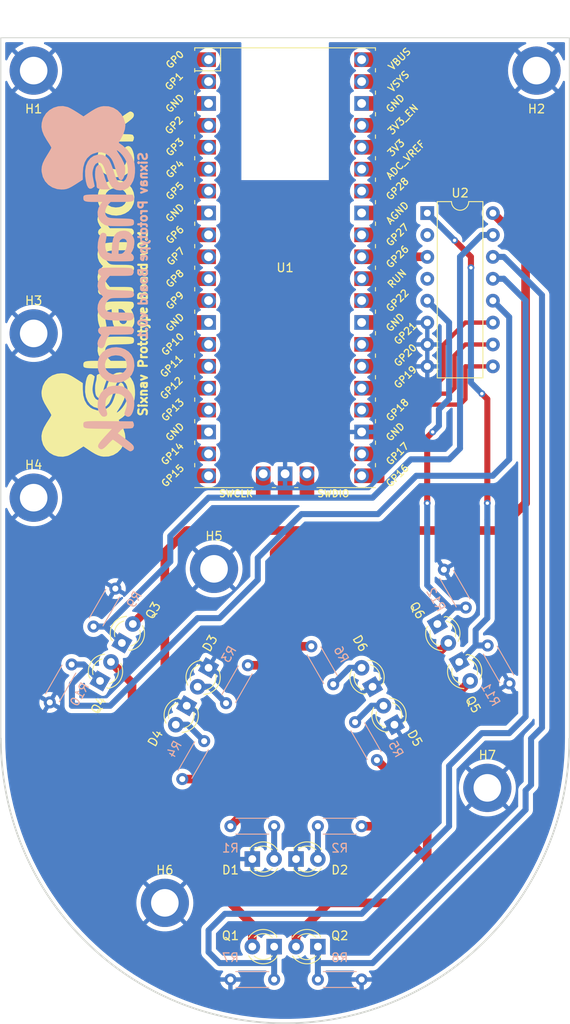
<source format=kicad_pcb>
(kicad_pcb (version 20211014) (generator pcbnew)
  (layers (0 "F.Cu" signal) (31 "B.Cu" signal) (34 "B.Paste" user) (35 "F.Paste" user) (36 "B.SilkS" user "B.Silkscreen") (37 "F.SilkS" user "F.Silkscreen") (38 "B.Mask" user) (39 "F.Mask" user) (44 "Edge.Cuts" user))
  (net 0 "")
  (net 1 "GND")
  (net 2 "/D1_A")
  (net 3 "/D2_A")
  (net 4 "/D3_A")
  (net 5 "/D4_A")
  (net 6 "/D5_A")
  (net 7 "/D6_A")
  (net 8 "/MUX_X0_Q1")
  (net 9 "+3.3V")
  (net 10 "/MUX_X1_Q2")
  (net 11 "/MUX_X2_Q3")
  (net 12 "/MUX_X3_Q4")
  (net 13 "/MUX_X4_Q5")
  (net 14 "/MUX_X5_Q6")
  (net 38 "/MUX_C")
  (net 39 "/MUX_B")
  (net 40 "/MUX_A")
  (net 44 "/ADC_IN")
  (footprint "LED_THT:LED_D3.0mm_IRGrey" (layer "F.Cu") (at 152.4 125.389705 120)
    (fp_text reference "D5" (at -2.54 1.27 120) (layer "F.SilkS"))
    (fp_text value "IR908-7C-F")
    (pad "1" thru_hole rect (at 0 0 120) (size 1.8 1.8) (drill 0.9) (layers *.Cu *.Mask) (net 1 "GND"))
    (pad "2" thru_hole circle (at 2.54 0 120) (size 1.8 1.8) (drill 0.9) (layers *.Cu *.Mask) (net 6 "/D5_A"))
  )
  (footprint "MountingHole:MountingHole_3.2mm_M3_DIN965_Pad" (layer "F.Cu") (at 110.49 80.01)
    (fp_text reference "H3" (at 0 -3.8) (layer "F.SilkS"))
    (fp_text value "M3")
    (pad "1" thru_hole circle (at 0 0) (size 5.6 5.6) (drill 3.2) (layers *.Cu *.Mask) (net 1 "GND"))
  )
  (footprint "MountingHole:MountingHole_3.2mm_M3_DIN965_Pad" (layer "F.Cu") (at 110.49 49.53)
    (fp_text reference "H1" (at 0 4.445) (layer "F.SilkS"))
    (fp_text value "M3")
    (pad "1" thru_hole circle (at 0 0) (size 5.6 5.6) (drill 3.2) (layers *.Cu *.Mask) (net 1 "GND"))
  )
  (footprint "LED_THT:LED_D3.0mm_IRBlack" (layer "F.Cu") (at 138.43 151.13 180)
    (fp_text reference "Q1" (at 5.08 1.27) (layer "F.SilkS"))
    (fp_text value "PT908-7C-F")
    (pad "1" thru_hole rect (at 0 0 180) (size 1.8 1.8) (drill 0.9) (layers *.Cu *.Mask) (net 8 "/MUX_X0_Q1"))
    (pad "2" thru_hole circle (at 2.54 0 180) (size 1.8 1.8) (drill 0.9) (layers *.Cu *.Mask) (net 9 "+3.3V"))
  )
  (footprint "LED_THT:LED_D3.0mm_IRGrey" (layer "F.Cu") (at 149.86 120.990296 120)
    (fp_text reference "D6" (at 5.08 1.27 120) (layer "F.SilkS"))
    (fp_text value "IR908-7C-F")
    (pad "1" thru_hole rect (at 0 0 120) (size 1.8 1.8) (drill 0.9) (layers *.Cu *.Mask) (net 1 "GND"))
    (pad "2" thru_hole circle (at 2.54 0 120) (size 1.8 1.8) (drill 0.9) (layers *.Cu *.Mask) (net 7 "/D6_A"))
  )
  (footprint "LED_THT:LED_D3.0mm_IRBlack" (layer "F.Cu") (at 143.51 151.13 180)
    (fp_text reference "Q2" (at -2.54 1.27) (layer "F.SilkS"))
    (fp_text value "PT908-7C-F")
    (pad "1" thru_hole rect (at 0 0 180) (size 1.8 1.8) (drill 0.9) (layers *.Cu *.Mask) (net 10 "/MUX_X1_Q2"))
    (pad "2" thru_hole circle (at 2.54 0 180) (size 1.8 1.8) (drill 0.9) (layers *.Cu *.Mask) (net 9 "+3.3V"))
  )
  (footprint "MountingHole:MountingHole_3.2mm_M3_DIN965_Pad" (layer "F.Cu") (at 168.91 49.53)
    (fp_text reference "H2" (at 0 4.445) (layer "F.SilkS"))
    (fp_text value "M3")
    (pad "1" thru_hole circle (at 0 0) (size 5.6 5.6) (drill 3.2) (layers *.Cu *.Mask) (net 1 "GND"))
  )
  (footprint "LED_THT:LED_D3.0mm_IRBlack" (layer "F.Cu") (at 157.388819 113.710591 -60)
    (fp_text reference "Q6" (at -2.54 1.236 120) (layer "F.SilkS"))
    (fp_text value "PT908-7C-F")
    (pad "1" thru_hole rect (at 0 0 300) (size 1.8 1.8) (drill 0.9) (layers *.Cu *.Mask) (net 14 "/MUX_X5_Q6"))
    (pad "2" thru_hole circle (at 2.54 0 300) (size 1.8 1.8) (drill 0.9) (layers *.Cu *.Mask) (net 9 "+3.3V"))
  )
  (footprint "LED_THT:LED_D3.0mm_IRGrey" (layer "F.Cu") (at 135.89 140.97)
    (fp_text reference "D1" (at -2.54 1.27) (layer "F.SilkS"))
    (fp_text value "IR908-7C-F")
    (pad "1" thru_hole rect (at 0 0) (size 1.8 1.8) (drill 0.9) (layers *.Cu *.Mask) (net 1 "GND"))
    (pad "2" thru_hole circle (at 2.54 0) (size 1.8 1.8) (drill 0.9) (layers *.Cu *.Mask) (net 2 "/D1_A"))
  )
  (footprint "MountingHole:MountingHole_3.2mm_M3_DIN965_Pad" (layer "F.Cu") (at 110.49 99.06)
    (fp_text reference "H4" (at 0 -3.8) (layer "F.SilkS"))
    (fp_text value "M3")
    (pad "1" thru_hole circle (at 0 0) (size 5.6 5.6) (drill 3.2) (layers *.Cu *.Mask) (net 1 "GND"))
  )
  (footprint "LED_THT:LED_D3.0mm_IRGrey" (layer "F.Cu") (at 130.81 118.790591 -120)
    (fp_text reference "D3" (at -2.54 1.27 60) (layer "F.SilkS"))
    (fp_text value "IR908-7C-F")
    (pad "1" thru_hole rect (at 0 0 240) (size 1.8 1.8) (drill 0.9) (layers *.Cu *.Mask) (net 1 "GND"))
    (pad "2" thru_hole circle (at 2.54 0 240) (size 1.8 1.8) (drill 0.9) (layers *.Cu *.Mask) (net 4 "/D3_A"))
  )
  (footprint "Package_DIP:DIP-16_W7.62mm" (layer "F.Cu") (at 156.22 66.055)
    (fp_text reference "U2" (at 3.81 -2.33) (layer "F.SilkS"))
    (fp_text value "CD4051B")
    (pad "1" thru_hole rect (at 0 0) (size 1.6 1.6) (drill 0.8) (layers *.Cu *.Mask) (net 13 "/MUX_X4_Q5"))
    (pad "2" thru_hole oval (at 0 2.54) (size 1.6 1.6) (drill 0.8) (layers *.Cu *.Mask))
    (pad "3" thru_hole oval (at 0 5.08) (size 1.6 1.6) (drill 0.8) (layers *.Cu *.Mask) (net 44 "/ADC_IN"))
    (pad "4" thru_hole oval (at 0 7.62) (size 1.6 1.6) (drill 0.8) (layers *.Cu *.Mask))
    (pad "5" thru_hole oval (at 0 10.16) (size 1.6 1.6) (drill 0.8) (layers *.Cu *.Mask) (net 14 "/MUX_X5_Q6"))
    (pad "6" thru_hole oval (at 0 12.7) (size 1.6 1.6) (drill 0.8) (layers *.Cu *.Mask) (net 1 "GND"))
    (pad "7" thru_hole oval (at 0 15.24) (size 1.6 1.6) (drill 0.8) (layers *.Cu *.Mask) (net 1 "GND"))
    (pad "8" thru_hole oval (at 0 17.78) (size 1.6 1.6) (drill 0.8) (layers *.Cu *.Mask) (net 1 "GND"))
    (pad "9" thru_hole oval (at 7.62 17.78) (size 1.6 1.6) (drill 0.8) (layers *.Cu *.Mask) (net 38 "/MUX_C"))
    (pad "10" thru_hole oval (at 7.62 15.24) (size 1.6 1.6) (drill 0.8) (layers *.Cu *.Mask) (net 39 "/MUX_B"))
    (pad "11" thru_hole oval (at 7.62 12.7) (size 1.6 1.6) (drill 0.8) (layers *.Cu *.Mask) (net 40 "/MUX_A"))
    (pad "12" thru_hole oval (at 7.62 10.16) (size 1.6 1.6) (drill 0.8) (layers *.Cu *.Mask) (net 12 "/MUX_X3_Q4"))
    (pad "13" thru_hole oval (at 7.62 7.62) (size 1.6 1.6) (drill 0.8) (layers *.Cu *.Mask) (net 8 "/MUX_X0_Q1"))
    (pad "14" thru_hole oval (at 7.62 5.08) (size 1.6 1.6) (drill 0.8) (layers *.Cu *.Mask) (net 10 "/MUX_X1_Q2"))
    (pad "15" thru_hole oval (at 7.62 2.54) (size 1.6 1.6) (drill 0.8) (layers *.Cu *.Mask) (net 11 "/MUX_X2_Q3"))
    (pad "16" thru_hole oval (at 7.62 0) (size 1.6 1.6) (drill 0.8) (layers *.Cu *.Mask) (net 9 "+3.3V"))
  )
  (footprint "LED_THT:LED_D3.0mm_IRBlack" (layer "F.Cu") (at 120.741181 115.910296 60)
    (fp_text reference "Q3" (at 5.08 1.27 60) (layer "F.SilkS"))
    (fp_text value "PT908-7C-F")
    (pad "1" thru_hole rect (at 0 0 60) (size 1.8 1.8) (drill 0.9) (layers *.Cu *.Mask) (net 11 "/MUX_X2_Q3"))
    (pad "2" thru_hole circle (at 2.54 0 60) (size 1.8 1.8) (drill 0.9) (layers *.Cu *.Mask) (net 9 "+3.3V"))
  )
  (footprint "MountingHole:MountingHole_3.2mm_M3_DIN965_Pad" (layer "F.Cu") (at 131.445 107.315)
    (fp_text reference "H5" (at 0 -3.8) (layer "F.SilkS"))
    (fp_text value "M3")
    (pad "1" thru_hole circle (at 0 0) (size 5.6 5.6) (drill 3.2) (layers *.Cu *.Mask) (net 1 "GND"))
  )
  (footprint "LED_THT:LED_D3.0mm_IRGrey" (layer "F.Cu") (at 140.97 140.97)
    (fp_text reference "D2" (at 5.08 1.27) (layer "F.SilkS"))
    (fp_text value "IR908-7C-F")
    (pad "1" thru_hole rect (at 0 0) (size 1.8 1.8) (drill 0.9) (layers *.Cu *.Mask) (net 1 "GND"))
    (pad "2" thru_hole circle (at 2.54 0) (size 1.8 1.8) (drill 0.9) (layers *.Cu *.Mask) (net 3 "/D2_A"))
  )
  (footprint "MountingHole:MountingHole_3.2mm_M3_DIN965_Pad" (layer "F.Cu") (at 125.73 146.05)
    (fp_text reference "H6" (at 0 -3.8) (layer "F.SilkS"))
    (fp_text value "M3")
    (pad "1" thru_hole circle (at 0 0) (size 5.6 5.6) (drill 3.2) (layers *.Cu *.Mask) (net 1 "GND"))
  )
  (footprint "LED_THT:LED_D3.0mm_IRBlack" (layer "F.Cu") (at 159.928819 118.11 -60)
    (fp_text reference "Q5" (at 5.08 1.078608 120) (layer "F.SilkS"))
    (fp_text value "PT908-7C-F")
    (pad "1" thru_hole rect (at 0 0 300) (size 1.8 1.8) (drill 0.9) (layers *.Cu *.Mask) (net 13 "/MUX_X4_Q5"))
    (pad "2" thru_hole circle (at 2.54 0 300) (size 1.8 1.8) (drill 0.9) (layers *.Cu *.Mask) (net 9 "+3.3V"))
  )
  (footprint "LED_THT:LED_D3.0mm_IRBlack" (layer "F.Cu") (at 118.201181 120.309705 60)
    (fp_text reference "Q4" (at -2.54 1.27 60) (layer "F.SilkS"))
    (fp_text value "PT908-7C-F")
    (pad "1" thru_hole rect (at 0 0 60) (size 1.8 1.8) (drill 0.9) (layers *.Cu *.Mask) (net 12 "/MUX_X3_Q4"))
    (pad "2" thru_hole circle (at 2.54 0 60) (size 1.8 1.8) (drill 0.9) (layers *.Cu *.Mask) (net 9 "+3.3V"))
  )
  (footprint "MountingHole:MountingHole_3.2mm_M3_DIN965_Pad" (layer "F.Cu") (at 163.195 132.715)
    (fp_text reference "H7" (at 0 -3.8) (layer "F.SilkS"))
    (fp_text value "M3")
    (pad "1" thru_hole circle (at 0 0) (size 5.6 5.6) (drill 3.2) (layers *.Cu *.Mask) (net 1 "GND"))
  )
  (footprint "LED_THT:LED_D3.0mm_IRGrey" (layer "F.Cu") (at 128.27 123.19 -120)
    (fp_text reference "D4" (at 5.08 1.27 60) (layer "F.SilkS"))
    (fp_text value "IR908-7C-F")
    (pad "1" thru_hole rect (at 0 0 240) (size 1.8 1.8) (drill 0.9) (layers *.Cu *.Mask) (net 1 "GND"))
    (pad "2" thru_hole circle (at 2.54 0 240) (size 1.8 1.8) (drill 0.9) (layers *.Cu *.Mask) (net 5 "/D4_A"))
  )
  (footprint "LOGO" (layer "F.Cu") (at 116.84 74.295 90)
    (fp_text reference "G***" hide)
    (fp_text value "LOGO" hide)
  )
  (footprint "MCU_RaspberryPi_and_Boards:RPi_Pico_SMD_TH" (layer "F.Cu") (at 139.7 72.39)
    (fp_text reference "U1" (at 0 0) (layer "F.SilkS"))
    (fp_text value "Pico")
    (fp_text user "SWCLK" (at -5.7 26.2) (layer "F.SilkS") (effects (font (size 0.8 0.8))))
    (fp_text user "GP2" (at -12.9 -16.51 45) (layer "F.SilkS") (effects (font (size 0.8 0.8))))
    (fp_text user "GP4" (at -12.8 -11.43 45) (layer "F.SilkS") (effects (font (size 0.8 0.8))))
    (fp_text user "GND" (at -12.8 19.05 45) (layer "F.SilkS") (effects (font (size 0.8 0.8))))
    (fp_text user "GND" (at -12.8 -19.05 45) (layer "F.SilkS") (effects (font (size 0.8 0.8))))
    (fp_text user "GP5" (at -12.8 -8.89 45) (layer "F.SilkS") (effects (font (size 0.8 0.8))))
    (fp_text user "GP22" (at 13.054 3.81 45) (layer "F.SilkS") (effects (font (size 0.8 0.8))))
    (fp_text user "GND" (at 12.8 19.05 45) (layer "F.SilkS") (effects (font (size 0.8 0.8))))
    (fp_text user "GP28" (at 13.054 -9.144 45) (layer "F.SilkS") (effects (font (size 0.8 0.8))))
    (fp_text user "3V3_EN" (at 13.7 -17.2 45) (layer "F.SilkS") (effects (font (size 0.8 0.8))))
    (fp_text user "GP17" (at 13.054 21.59 45) (layer "F.SilkS") (effects (font (size 0.8 0.8))))
    (fp_text user "GND" (at 12.8 -19.05 45) (layer "F.SilkS") (effects (font (size 0.8 0.8))))
    (fp_text user "GP14" (at -13.1 21.59 45) (layer "F.SilkS") (effects (font (size 0.8 0.8))))
    (fp_text user "SWDIO" (at 5.6 26.2) (layer "F.SilkS") (effects (font (size 0.8 0.8))))
    (fp_text user "VBUS" (at 13.3 -24.2 45) (layer "F.SilkS") (effects (font (size 0.8 0.8))))
    (fp_text user "GP16" (at 13.054 24.13 45) (layer "F.SilkS") (effects (font (size 0.8 0.8))))
    (fp_text user "GP26" (at 13.054 -1.27 45) (layer "F.SilkS") (effects (font (size 0.8 0.8))))
    (fp_text user "GP13" (at -13.054 16.51 45) (layer "F.SilkS") (effects (font (size 0.8 0.8))))
    (fp_text user "AGND" (at 13.054 -6.35 45) (layer "F.SilkS") (effects (font (size 0.8 0.8))))
    (fp_text user "GP12" (at -13.2 13.97 45) (layer "F.SilkS") (effects (font (size 0.8 0.8))))
    (fp_text user "GP18" (at 13.054 16.51 45) (layer "F.SilkS") (effects (font (size 0.8 0.8))))
    (fp_text user "ADC_VREF" (at 14 -12.5 45) (layer "F.SilkS") (effects (font (size 0.8 0.8))))
    (fp_text user "GP6" (at -12.8 -3.81 45) (layer "F.SilkS") (effects (font (size 0.8 0.8))))
    (fp_text user "GND" (at -12.8 6.35 45) (layer "F.SilkS") (effects (font (size 0.8 0.8))))
    (fp_text user "GP27" (at 13.054 -3.8 45) (layer "F.SilkS") (effects (font (size 0.8 0.8))))
    (fp_text user "GP10" (at -13.054 8.89 45) (layer "F.SilkS") (effects (font (size 0.8 0.8))))
    (fp_text user "GP9" (at -12.8 3.81 45) (layer "F.SilkS") (effects (font (size 0.8 0.8))))
    (fp_text user "GP0" (at -12.8 -24.13 45) (layer "F.SilkS") (effects (font (size 0.8 0.8))))
    (fp_text user "GND" (at -12.8 -6.35 45) (layer "F.SilkS") (effects (font (size 0.8 0.8))))
    (fp_text user "GP11" (at -13.2 11.43 45) (layer "F.SilkS") (effects (font (size 0.8 0.8))))
    (fp_text user "GP19" (at 13.97 12.7 45) (layer "F.SilkS") (effects (font (size 0.8 0.8))))
    (fp_text user "GP15" (at -13.054 24.13 45) (layer "F.SilkS") (effects (font (size 0.8 0.8))))
    (fp_text user "GP7" (at -12.7 -1.3 45) (layer "F.SilkS") (effects (font (size 0.8 0.8))))
    (fp_text user "GND" (at 12.8 6.35 45) (layer "F.SilkS") (effects (font (size 0.8 0.8))))
    (fp_text user "GP1" (at -12.9 -21.6 45) (layer "F.SilkS") (effects (font (size 0.8 0.8))))
    (fp_text user "GP3" (at -12.8 -13.97 45) (layer "F.SilkS") (effects (font (size 0.8 0.8))))
    (fp_text user "GP8" (at -12.8 1.27 45) (layer "F.SilkS") (effects (font (size 0.8 0.8))))
    (fp_text user "RUN" (at 13 1.27 45) (layer "F.SilkS") (effects (font (size 0.8 0.8))))
    (fp_text user "3V3" (at 12.9 -13.9 45) (layer "F.SilkS") (effects (font (size 0.8 0.8))))
    (fp_text user "VSYS" (at 13.2 -21.59 45) (layer "F.SilkS") (effects (font (size 0.8 0.8))))
    (fp_text user "GP21" (at 13.97 7.62 45) (layer "F.SilkS") (effects (font (size 0.8 0.8))))
    (pad "" np_thru_hole oval (at 2.725 -24) (size 1.8 1.8) (drill 1.8) (layers *.Cu *.Mask))
    (pad "" np_thru_hole oval (at -2.425 -20.97) (size 1.5 1.5) (drill 1.5) (layers *.Cu *.Mask))
    (pad "" np_thru_hole oval (at 2.425 -20.97) (size 1.5 1.5) (drill 1.5) (layers *.Cu *.Mask))
    (pad "" np_thru_hole oval (at -2.725 -24) (size 1.8 1.8) (drill 1.8) (layers *.Cu *.Mask))
    (pad "1" thru_hole oval (at -8.89 -24.13) (size 1.7 1.7) (drill 1.02) (layers *.Cu *.Mask))
    (pad "1" smd rect (at -8.89 -24.13) (size 3.5 1.7) (drill (offset -0.9 0)) (layers "F.Cu" "F.Mask"))
    (pad "2" smd rect (at -8.89 -21.59) (size 3.5 1.7) (drill (offset -0.9 0)) (layers "F.Cu" "F.Mask"))
    (pad "2" thru_hole oval (at -8.89 -21.59) (size 1.7 1.7) (drill 1.02) (layers *.Cu *.Mask))
    (pad "3" smd rect (at -8.89 -19.05) (size 3.5 1.7) (drill (offset -0.9 0)) (layers "F.Cu" "F.Mask"))
    (pad "3" thru_hole rect (at -8.89 -19.05) (size 1.7 1.7) (drill 1.02) (layers *.Cu *.Mask))
    (pad "4" thru_hole oval (at -8.89 -16.51) (size 1.7 1.7) (drill 1.02) (layers *.Cu *.Mask))
    (pad "4" smd rect (at -8.89 -16.51) (size 3.5 1.7) (drill (offset -0.9 0)) (layers "F.Cu" "F.Mask"))
    (pad "5" smd rect (at -8.89 -13.97) (size 3.5 1.7) (drill (offset -0.9 0)) (layers "F.Cu" "F.Mask"))
    (pad "5" thru_hole oval (at -8.89 -13.97) (size 1.7 1.7) (drill 1.02) (layers *.Cu *.Mask))
    (pad "6" thru_hole oval (at -8.89 -11.43) (size 1.7 1.7) (drill 1.02) (layers *.Cu *.Mask))
    (pad "6" smd rect (at -8.89 -11.43) (size 3.5 1.7) (drill (offset -0.9 0)) (layers "F.Cu" "F.Mask"))
    (pad "7" thru_hole oval (at -8.89 -8.89) (size 1.7 1.7) (drill 1.02) (layers *.Cu *.Mask))
    (pad "7" smd rect (at -8.89 -8.89) (size 3.5 1.7) (drill (offset -0.9 0)) (layers "F.Cu" "F.Mask"))
    (pad "8" thru_hole rect (at -8.89 -6.35) (size 1.7 1.7) (drill 1.02) (layers *.Cu *.Mask))
    (pad "8" smd rect (at -8.89 -6.35) (size 3.5 1.7) (drill (offset -0.9 0)) (layers "F.Cu" "F.Mask"))
    (pad "9" thru_hole oval (at -8.89 -3.81) (size 1.7 1.7) (drill 1.02) (layers *.Cu *.Mask))
    (pad "9" smd rect (at -8.89 -3.81) (size 3.5 1.7) (drill (offset -0.9 0)) (layers "F.Cu" "F.Mask"))
    (pad "10" smd rect (at -8.89 -1.27) (size 3.5 1.7) (drill (offset -0.9 0)) (layers "F.Cu" "F.Mask"))
    (pad "10" thru_hole oval (at -8.89 -1.27) (size 1.7 1.7) (drill 1.02) (layers *.Cu *.Mask))
    (pad "11" smd rect (at -8.89 1.27) (size 3.5 1.7) (drill (offset -0.9 0)) (layers "F.Cu" "F.Mask"))
    (pad "11" thru_hole oval (at -8.89 1.27) (size 1.7 1.7) (drill 1.02) (layers *.Cu *.Mask))
    (pad "12" thru_hole oval (at -8.89 3.81) (size 1.7 1.7) (drill 1.02) (layers *.Cu *.Mask))
    (pad "12" smd rect (at -8.89 3.81) (size 3.5 1.7) (drill (offset -0.9 0)) (layers "F.Cu" "F.Mask"))
    (pad "13" thru_hole rect (at -8.89 6.35) (size 1.7 1.7) (drill 1.02) (layers *.Cu *.Mask))
    (pad "13" smd rect (at -8.89 6.35) (size 3.5 1.7) (drill (offset -0.9 0)) (layers "F.Cu" "F.Mask"))
    (pad "14" thru_hole oval (at -8.89 8.89) (size 1.7 1.7) (drill 1.02) (layers *.Cu *.Mask))
    (pad "14" smd rect (at -8.89 8.89) (size 3.5 1.7) (drill (offset -0.9 0)) (layers "F.Cu" "F.Mask"))
    (pad "15" thru_hole oval (at -8.89 11.43) (size 1.7 1.7) (drill 1.02) (layers *.Cu *.Mask))
    (pad "15" smd rect (at -8.89 11.43) (size 3.5 1.7) (drill (offset -0.9 0)) (layers "F.Cu" "F.Mask"))
    (pad "16" thru_hole oval (at -8.89 13.97) (size 1.7 1.7) (drill 1.02) (layers *.Cu *.Mask))
    (pad "16" smd rect (at -8.89 13.97) (size 3.5 1.7) (drill (offset -0.9 0)) (layers "F.Cu" "F.Mask"))
    (pad "17" thru_hole oval (at -8.89 16.51) (size 1.7 1.7) (drill 1.02) (layers *.Cu *.Mask))
    (pad "17" smd rect (at -8.89 16.51) (size 3.5 1.7) (drill (offset -0.9 0)) (layers "F.Cu" "F.Mask"))
    (pad "18" smd rect (at -8.89 19.05) (size 3.5 1.7) (drill (offset -0.9 0)) (layers "F.Cu" "F.Mask"))
    (pad "18" thru_hole rect (at -8.89 19.05) (size 1.7 1.7) (drill 1.02) (layers *.Cu *.Mask))
    (pad "19" thru_hole oval (at -8.89 21.59) (size 1.7 1.7) (drill 1.02) (layers *.Cu *.Mask))
    (pad "19" smd rect (at -8.89 21.59) (size 3.5 1.7) (drill (offset -0.9 0)) (layers "F.Cu" "F.Mask"))
    (pad "20" smd rect (at -8.89 24.13) (size 3.5 1.7) (drill (offset -0.9 0)) (layers "F.Cu" "F.Mask"))
    (pad "20" thru_hole oval (at -8.89 24.13) (size 1.7 1.7) (drill 1.02) (layers *.Cu *.Mask))
    (pad "21" smd rect (at 8.89 24.13) (size 3.5 1.7) (drill (offset 0.9 0)) (layers "F.Cu" "F.Mask"))
    (pad "21" thru_hole oval (at 8.89 24.13) (size 1.7 1.7) (drill 1.02) (layers *.Cu *.Mask))
    (pad "22" thru_hole oval (at 8.89 21.59) (size 1.7 1.7) (drill 1.02) (layers *.Cu *.Mask))
    (pad "22" smd rect (at 8.89 21.59) (size 3.5 1.7) (drill (offset 0.9 0)) (layers "F.Cu" "F.Mask"))
    (pad "23" thru_hole rect (at 8.89 19.05) (size 1.7 1.7) (drill 1.02) (layers *.Cu *.Mask) (net 1 "GND"))
    (pad "23" smd rect (at 8.89 19.05) (size 3.5 1.7) (drill (offset 0.9 0)) (layers "F.Cu" "F.Mask") (net 1 "GND"))
    (pad "24" thru_hole oval (at 8.89 16.51) (size 1.7 1.7) (drill 1.02) (layers *.Cu *.Mask))
    (pad "24" smd rect (at 8.89 16.51) (size 3.5 1.7) (drill (offset 0.9 0)) (layers "F.Cu" "F.Mask"))
    (pad "25" smd rect (at 8.89 13.97) (size 3.5 1.7) (drill (offset 0.9 0)) (layers "F.Cu" "F.Mask") (net 38 "/MUX_C"))
    (pad "25" thru_hole oval (at 8.89 13.97) (size 1.7 1.7) (drill 1.02) (layers *.Cu *.Mask) (net 38 "/MUX_C"))
    (pad "26" smd rect (at 8.89 11.43) (size 3.5 1.7) (drill (offset 0.9 0)) (layers "F.Cu" "F.Mask") (net 39 "/MUX_B"))
    (pad "26" thru_hole oval (at 8.89 11.43) (size 1.7 1.7) (drill 1.02) (layers *.Cu *.Mask) (net 39 "/MUX_B"))
    (pad "27" thru_hole oval (at 8.89 8.89) (size 1.7 1.7) (drill 1.02) (layers *.Cu *.Mask) (net 40 "/MUX_A"))
    (pad "27" smd rect (at 8.89 8.89) (size 3.5 1.7) (drill (offset 0.9 0)) (layers "F.Cu" "F.Mask") (net 40 "/MUX_A"))
    (pad "28" thru_hole rect (at 8.89 6.35) (size 1.7 1.7) (drill 1.02) (layers *.Cu *.Mask))
    (pad "28" smd rect (at 8.89 6.35) (size 3.5 1.7) (drill (offset 0.9 0)) (layers "F.Cu" "F.Mask"))
    (pad "29" thru_hole oval (at 8.89 3.81) (size 1.7 1.7) (drill 1.02) (layers *.Cu *.Mask))
    (pad "29" smd rect (at 8.89 3.81) (size 3.5 1.7) (drill (offset 0.9 0)) (layers "F.Cu" "F.Mask"))
    (pad "30" smd rect (at 8.89 1.27) (size 3.5 1.7) (drill (offset 0.9 0)) (layers "F.Cu" "F.Mask"))
    (pad "30" thru_hole oval (at 8.89 1.27) (size 1.7 1.7) (drill 1.02) (layers *.Cu *.Mask))
    (pad "31" thru_hole oval (at 8.89 -1.27) (size 1.7 1.7) (drill 1.02) (layers *.Cu *.Mask) (net 44 "/ADC_IN"))
    (pad "31" smd rect (at 8.89 -1.27) (size 3.5 1.7) (drill (offset 0.9 0)) (layers "F.Cu" "F.Mask") (net 44 "/ADC_IN"))
    (pad "32" thru_hole oval (at 8.89 -3.81) (size 1.7 1.7) (drill 1.02) (layers *.Cu *.Mask))
    (pad "32" smd rect (at 8.89 -3.81) (size 3.5 1.7) (drill (offset 0.9 0)) (layers "F.Cu" "F.Mask"))
    (pad "33" thru_hole rect (at 8.89 -6.35) (size 1.7 1.7) (drill 1.02) (layers *.Cu *.Mask))
    (pad "33" smd rect (at 8.89 -6.35) (size 3.5 1.7) (drill (offset 0.9 0)) (layers "F.Cu" "F.Mask"))
    (pad "34" smd rect (at 8.89 -8.89) (size 3.5 1.7) (drill (offset 0.9 0)) (layers "F.Cu" "F.Mask"))
    (pad "34" thru_hole oval (at 8.89 -8.89) (size 1.7 1.7) (drill 1.02) (layers *.Cu *.Mask))
    (pad "35" smd rect (at 8.89 -11.43) (size 3.5 1.7) (drill (offset 0.9 0)) (layers "F.Cu" "F.Mask"))
    (pad "35" thru_hole oval (at 8.89 -11.43) (size 1.7 1.7) (drill 1.02) (layers *.Cu *.Mask))
    (pad "36" smd rect (at 8.89 -13.97) (size 3.5 1.7) (drill (offset 0.9 0)) (layers "F.Cu" "F.Mask") (net 9 "+3.3V"))
    (pad "36" thru_hole oval (at 8.89 -13.97) (size 1.7 1.7) (drill 1.02) (layers *.Cu *.Mask) (net 9 "+3.3V"))
    (pad "37" smd rect (at 8.89 -16.51) (size 3.5 1.7) (drill (offset 0.9 0)) (layers "F.Cu" "F.Mask"))
    (pad "37" thru_hole oval (at 8.89 -16.51) (size 1.7 1.7) (drill 1.02) (layers *.Cu *.Mask))
    (pad "38" thru_hole rect (at 8.89 -19.05) (size 1.7 1.7) (drill 1.02) (layers *.Cu *.Mask))
    (pad "38" smd rect (at 8.89 -19.05) (size 3.5 1.7) (drill (offset 0.9 0)) (layers "F.Cu" "F.Mask"))
    (pad "39" smd rect (at 8.89 -21.59) (size 3.5 1.7) (drill (offset 0.9 0)) (layers "F.Cu" "F.Mask"))
    (pad "39" thru_hole oval (at 8.89 -21.59) (size 1.7 1.7) (drill 1.02) (layers *.Cu *.Mask))
    (pad "40" thru_hole oval (at 8.89 -24.13) (size 1.7 1.7) (drill 1.02) (layers *.Cu *.Mask))
    (pad "40" smd rect (at 8.89 -24.13) (size 3.5 1.7) (drill (offset 0.9 0)) (layers "F.Cu" "F.Mask"))
    (pad "41" smd rect (at -2.54 23.9 90) (size 3.5 1.7) (drill (offset -0.9 0)) (layers "F.Cu" "F.Mask"))
    (pad "41" thru_hole oval (at -2.54 23.9) (size 1.7 1.7) (drill 1.02) (layers *.Cu *.Mask))
    (pad "42" thru_hole rect (at 0 23.9) (size 1.7 1.7) (drill 1.02) (layers *.Cu *.Mask) (net 1 "GND"))
    (pad "42" smd rect (at 0 23.9 90) (size 3.5 1.7) (drill (offset -0.9 0)) (layers "F.Cu" "F.Mask") (net 1 "GND"))
    (pad "43" thru_hole oval (at 2.54 23.9) (size 1.7 1.7) (drill 1.02) (layers *.Cu *.Mask))
    (pad "43" smd rect (at 2.54 23.9 90) (size 3.5 1.7) (drill (offset -0.9 0)) (layers "F.Cu" "F.Mask"))
  )
  (footprint "Resistor_THT:R_Axial_DIN0204_L3.6mm_D1.6mm_P5.08mm_Horizontal" (layer "B.Cu") (at 142.750444 116.296182 -60)
    (fp_text reference "R6" (at 2.54 -2.54 120) (layer "B.SilkS") (effects (justify mirror)))
    (fp_text value "100")
    (pad "1" thru_hole circle (at 0 0 300) (size 1.4 1.4) (drill 0.7) (layers *.Cu *.Mask) (net 9 "+3.3V"))
    (pad "2" thru_hole oval (at 5.08 0 300) (size 1.4 1.4) (drill 0.7) (layers *.Cu *.Mask) (net 7 "/D6_A"))
  )
  (footprint "Resistor_THT:R_Axial_DIN0204_L3.6mm_D1.6mm_P5.08mm_Horizontal" (layer "B.Cu") (at 138.43 154.94 180)
    (fp_text reference "R7" (at 5.08 2.54) (layer "B.SilkS") (effects (justify mirror)))
    (fp_text value "2k")
    (pad "1" thru_hole circle (at 0 0 180) (size 1.4 1.4) (drill 0.7) (layers *.Cu *.Mask) (net 8 "/MUX_X0_Q1"))
    (pad "2" thru_hole oval (at 5.08 0 180) (size 1.4 1.4) (drill 0.7) (layers *.Cu *.Mask) (net 1 "GND"))
  )
  (footprint "Resistor_THT:R_Axial_DIN0204_L3.6mm_D1.6mm_P5.08mm_Horizontal" (layer "B.Cu") (at 135.379556 118.495887 -120)
    (fp_text reference "R3" (at 0 2.54 60) (layer "B.SilkS") (effects (justify mirror)))
    (fp_text value "100")
    (pad "1" thru_hole circle (at 0 0 240) (size 1.4 1.4) (drill 0.7) (layers *.Cu *.Mask) (net 9 "+3.3V"))
    (pad "2" thru_hole oval (at 5.08 0 240) (size 1.4 1.4) (drill 0.7) (layers *.Cu *.Mask) (net 4 "/D3_A"))
  )
  (footprint "Resistor_THT:R_Axial_DIN0204_L3.6mm_D1.6mm_P5.08mm_Horizontal" (layer "B.Cu") (at 133.35 137.16)
    (fp_text reference "R1" (at 0 2.54) (layer "B.SilkS") (effects (justify mirror)))
    (fp_text value "100")
    (pad "1" thru_hole circle (at 0 0) (size 1.4 1.4) (drill 0.7) (layers *.Cu *.Mask) (net 9 "+3.3V"))
    (pad "2" thru_hole oval (at 5.08 0) (size 1.4 1.4) (drill 0.7) (layers *.Cu *.Mask) (net 2 "/D1_A"))
  )
  (footprint "Resistor_THT:R_Axial_DIN0204_L3.6mm_D1.6mm_P5.08mm_Horizontal" (layer "B.Cu") (at 117.441625 114.005296 60)
    (fp_text reference "R9" (at 5.08 2.54 60) (layer "B.SilkS") (effects (justify mirror)))
    (fp_text value "2k")
    (pad "1" thru_hole circle (at 0 0 60) (size 1.4 1.4) (drill 0.7) (layers *.Cu *.Mask) (net 11 "/MUX_X2_Q3"))
    (pad "2" thru_hole oval (at 5.08 0 60) (size 1.4 1.4) (drill 0.7) (layers *.Cu *.Mask) (net 1 "GND"))
  )
  (footprint "Resistor_THT:R_Axial_DIN0204_L3.6mm_D1.6mm_P5.08mm_Horizontal" (layer "B.Cu") (at 150.370444 129.494409 120)
    (fp_text reference "R5" (at 0 2.54 120) (layer "B.SilkS") (effects (justify mirror)))
    (fp_text value "100")
    (pad "1" thru_hole circle (at 0 0 120) (size 1.4 1.4) (drill 0.7) (layers *.Cu *.Mask) (net 9 "+3.3V"))
    (pad "2" thru_hole oval (at 5.08 0 120) (size 1.4 1.4) (drill 0.7) (layers *.Cu *.Mask) (net 6 "/D5_A"))
  )
  (footprint "Resistor_THT:R_Axial_DIN0204_L3.6mm_D1.6mm_P5.08mm_Horizontal" (layer "B.Cu") (at 143.51 154.94)
    (fp_text reference "R8" (at 2.54 -2.54) (layer "B.SilkS") (effects (justify mirror)))
    (fp_text value "2k")
    (pad "1" thru_hole circle (at 0 0) (size 1.4 1.4) (drill 0.7) (layers *.Cu *.Mask) (net 10 "/MUX_X1_Q2"))
    (pad "2" thru_hole oval (at 5.08 0) (size 1.4 1.4) (drill 0.7) (layers *.Cu *.Mask) (net 1 "GND"))
  )
  (footprint "Resistor_THT:R_Axial_DIN0204_L3.6mm_D1.6mm_P5.08mm_Horizontal" (layer "B.Cu") (at 127.759556 131.694114 60)
    (fp_text reference "R4" (at 2.54 -2.54 60) (layer "B.SilkS") (effects (justify mirror)))
    (fp_text value "100")
    (pad "1" thru_hole circle (at 0 0 60) (size 1.4 1.4) (drill 0.7) (layers *.Cu *.Mask) (net 9 "+3.3V"))
    (pad "2" thru_hole oval (at 5.08 0 60) (size 1.4 1.4) (drill 0.7) (layers *.Cu *.Mask) (net 5 "/D4_A"))
  )
  (footprint "Resistor_THT:R_Axial_DIN0204_L3.6mm_D1.6mm_P5.08mm_Horizontal" (layer "B.Cu") (at 114.901625 118.404705 -120)
    (fp_text reference "R10" (at 2.54 -2.54 60) (layer "B.SilkS") (effects (justify mirror)))
    (fp_text value "2k")
    (pad "1" thru_hole circle (at 0 0 240) (size 1.4 1.4) (drill 0.7) (layers *.Cu *.Mask) (net 12 "/MUX_X3_Q4"))
    (pad "2" thru_hole oval (at 5.08 0 240) (size 1.4 1.4) (drill 0.7) (layers *.Cu *.Mask) (net 1 "GND"))
  )
  (footprint "Resistor_THT:R_Axial_DIN0204_L3.6mm_D1.6mm_P5.08mm_Horizontal" (layer "B.Cu") (at 148.59 137.16 180)
    (fp_text reference "R2" (at 2.54 -2.54) (layer "B.SilkS") (effects (justify mirror)))
    (fp_text value "100")
    (pad "1" thru_hole circle (at 0 0 180) (size 1.4 1.4) (drill 0.7) (layers *.Cu *.Mask) (net 9 "+3.3V"))
    (pad "2" thru_hole oval (at 5.08 0 180) (size 1.4 1.4) (drill 0.7) (layers *.Cu *.Mask) (net 3 "/D2_A"))
  )
  (footprint "Resistor_THT:R_Axial_DIN0204_L3.6mm_D1.6mm_P5.08mm_Horizontal" (layer "B.Cu") (at 163.228375 116.205 -60)
    (fp_text reference "R11" (at 5.08 2.54 120) (layer "B.SilkS") (effects (justify mirror)))
    (fp_text value "2k")
    (pad "1" thru_hole circle (at 0 0 300) (size 1.4 1.4) (drill 0.7) (layers *.Cu *.Mask) (net 13 "/MUX_X4_Q5"))
    (pad "2" thru_hole oval (at 5.08 0 300) (size 1.4 1.4) (drill 0.7) (layers *.Cu *.Mask) (net 1 "GND"))
  )
  (footprint "LOGO" (layer "B.Cu") (at 116.84 73.66 -90)
    (fp_text reference "G***" hide)
    (fp_text value "LOGO" hide)
  )
  (footprint "Resistor_THT:R_Axial_DIN0204_L3.6mm_D1.6mm_P5.08mm_Horizontal" (layer "B.Cu") (at 160.688375 111.805591 120)
    (fp_text reference "R12" (at 2.54 -2.54 120) (layer "B.SilkS") (effects (justify mirror)))
    (fp_text value "2k")
    (pad "1" thru_hole circle (at 0 0 120) (size 1.4 1.4) (drill 0.7) (layers *.Cu *.Mask) (net 14 "/MUX_X5_Q6"))
    (pad "2" thru_hole oval (at 5.08 0 120) (size 1.4 1.4) (drill 0.7) (layers *.Cu *.Mask) (net 1 "GND"))
  )
  (gr_line (start 106.68 45.72) (end 106.68 127) (layer "Edge.Cuts") (width 0.1))
  (gr_arc (start 172.72 127) (mid 139.7 160.02) (end 106.68 127) (layer "Edge.Cuts") (width 0.2))
  (gr_line (start 172.72 45.72) (end 106.68 45.72) (layer "Edge.Cuts") (width 0.1))
  (gr_line (start 172.72 127) (end 172.72 45.72) (layer "Edge.Cuts") (width 0.1))
  (gr_text "Sixnav Prototype Board v0.1" (at 123.19 69.85 90) (layer "B.SilkS") (effects (font (size 1 1) (thickness 0.25)) (justify mirror)))
  (gr_text "Sixnav Prototype Board v0.1" (at 123.19 78.74 90) (layer "F.SilkS") (effects (font (size 1 1) (thickness 0.25))))
  (gr_text "GP20" (at 153.67 82.55 45) (layer "F.SilkS") (effects (font (size 0.8 0.8))))
  (segment (start 138.43 137.16) (end 138.43 140.97) (width 0.7) (layer "B.Cu") (net 2))
  (segment (start 143.51 137.16) (end 143.51 140.97) (width 0.7) (layer "B.Cu") (net 3))
  (segment (start 130.934556 120.990296) (end 132.839556 122.895296) (width 0.7) (layer "B.Cu") (net 4))
  (segment (start 129.54 120.990296) (end 130.934556 120.990296) (width 0.7) (layer "B.Cu") (net 4))
  (segment (start 127 125.389705) (end 128.394556 125.389705) (width 0.7) (layer "B.Cu") (net 5))
  (segment (start 128.394556 125.389705) (end 130.299556 127.294705) (width 0.7) (layer "B.Cu") (net 5))
  (segment (start 151.13 123.19) (end 149.735444 123.19) (width 0.7) (layer "B.Cu") (net 6))
  (segment (start 149.735444 123.19) (end 147.830444 125.095) (width 0.7) (layer "B.Cu") (net 6))
  (segment (start 147.195444 118.790591) (end 145.290444 120.695591) (width 0.7) (layer "B.Cu") (net 7))
  (segment (start 148.59 118.790591) (end 147.195444 118.790591) (width 0.7) (layer "B.Cu") (net 7))
  (segment (start 130.81 151.765) (end 132.08 153.035) (width 0.7) (layer "B.Cu") (net 8))
  (segment (start 167.64 124.46) (end 167.64 76.2) (width 0.7) (layer "B.Cu") (net 8))
  (segment (start 165.1 73.66) (end 165.085 73.675) (width 0.7) (layer "B.Cu") (net 8))
  (segment (start 162.56 126.365) (end 165.735 126.365) (width 0.7) (layer "B.Cu") (net 8))
  (segment (start 130.81 149.225) (end 130.81 151.765) (width 0.7) (layer "B.Cu") (net 8))
  (segment (start 165.085 73.675) (end 163.84 73.675) (width 0.7) (layer "B.Cu") (net 8))
  (segment (start 148.59 147.32) (end 158.75 137.16) (width 0.7) (layer "B.Cu") (net 8))
  (segment (start 138.43 151.13) (end 138.43 153.035) (width 0.7) (layer "B.Cu") (net 8))
  (segment (start 148.59 147.32) (end 132.715 147.32) (width 0.7) (layer "B.Cu") (net 8))
  (segment (start 158.75 130.175) (end 162.56 126.365) (width 0.7) (layer "B.Cu") (net 8))
  (segment (start 158.75 137.16) (end 158.75 130.175) (width 0.7) (layer "B.Cu") (net 8))
  (segment (start 167.64 76.2) (end 165.1 73.66) (width 0.7) (layer "B.Cu") (net 8))
  (segment (start 132.715 147.32) (end 130.81 149.225) (width 0.7) (layer "B.Cu") (net 8))
  (segment (start 165.735 126.365) (end 167.64 124.46) (width 0.7) (layer "B.Cu") (net 8))
  (segment (start 138.43 153.035) (end 138.43 154.94) (width 0.7) (layer "B.Cu") (net 8))
  (segment (start 132.08 153.035) (end 138.43 153.035) (width 0.7) (layer "B.Cu") (net 8))
  (segment (start 125.73 119.38) (end 121.92 123.19) (width 1) (layer "F.Cu") (net 9))
  (segment (start 156.21 142.24) (end 152.4 146.05) (width 1) (layer "F.Cu") (net 9))
  (segment (start 125.73 105.41) (end 125.73 107.95) (width 1) (layer "F.Cu") (net 9))
  (segment (start 154.94 119.38) (end 156.21 120.65) (width 1) (layer "F.Cu") (net 9))
  (segment (start 144.78 146.05) (end 140.97 149.86) (width 1) (layer "F.Cu") (net 9))
  (segment (start 152.4 146.05) (end 144.78 146.05) (width 1) (layer "F.Cu") (net 9))
  (segment (start 152.4 116.84) (end 154.94 119.38) (width 1) (layer "F.Cu") (net 9))
  (segment (start 135.89 148.59) (end 135.89 151.13) (width 1) (layer "F.Cu") (net 9))
  (segment (start 138.43 124.46) (end 131.195886 131.694114) (width 1) (layer "F.Cu") (net 9))
  (segment (start 136.774113 118.495887) (end 135.379556 118.495887) (width 1) (layer "F.Cu") (net 9))
  (segment (start 152.4 116.84) (end 157.729115 116.84) (width 1) (layer "F.Cu") (net 9))
  (segment (start 146.05 102.87) (end 164.465 102.87) (width 1) (layer "F.Cu") (net 9))
  (segment (start 156.21 120.65) (end 156.21 125.73) (width 1) (layer "F.Cu") (net 9))
  (segment (start 138.43 132.08) (end 133.35 137.16) (width 1) (layer "F.Cu") (net 9))
  (segment (start 138.43 124.46) (end 138.43 132.08) (width 1) (layer "F.Cu") (net 9))
  (segment (start 138.43 114.3) (end 140.426182 116.296182) (width 1) (layer "F.Cu") (net 9))
  (segment (start 138.43 116.84) (end 138.43 124.46) (width 1) (layer "F.Cu") (net 9))
  (segment (start 121.92 123.19) (end 121.92 120.558819) (width 1) (layer "F.Cu") (net 9))
  (segment (start 138.43 105.41) (end 138.43 114.3) (width 1) (layer "F.Cu") (net 9))
  (segment (start 156.21 135.333965) (end 150.370444 129.494409) (width 1) (layer "F.Cu") (net 9))
  (segment (start 120.65 124.46) (end 120.65 133.35) (width 1) (layer "F.Cu") (net 9))
  (segment (start 140.97 102.87) (end 128.27 102.87) (width 1) (layer "F.Cu") (net 9))
  (segment (start 164.465 102.87) (end 167.64 99.695) (width 1) (layer "F.Cu") (net 9))
  (segment (start 121.92 123.19) (end 120.65 124.46) (width 1) (layer "F.Cu") (net 9))
  (segment (start 140.97 102.87) (end 138.43 105.41) (width 1) (layer "F.Cu") (net 9))
  (segment (start 167.64 71.12) (end 167.64 62.865) (width 1) (layer "F.Cu") (net 9))
  (segment (start 151.13 114.3) (end 151.13 115.57) (width 1) (layer "F.Cu") (net 9))
  (segment (start 163.195 58.42) (end 148.59 58.42) (width 1) (layer "F.Cu") (net 9))
  (segment (start 151.13 107.95) (end 151.13 114.3) (width 1) (layer "F.Cu") (net 9))
  (segment (start 157.729115 116.84) (end 158.658819 115.910296) (width 1) (layer "F.Cu") (net 9))
  (segment (start 167.64 62.865) (end 163.195 58.42) (width 1) (layer "F.Cu") (net 9))
  (segment (start 138.43 116.84) (end 136.774113 118.495887) (width 1) (layer "F.Cu") (net 9))
  (segment (start 131.195886 131.694114) (end 127.759556 131.694114) (width 1) (layer "F.Cu") (net 9))
  (segment (start 128.27 102.87) (end 125.73 105.41) (width 1) (layer "F.Cu") (net 9))
  (segment (start 167.64 69.855) (end 163.84 66.055) (width 1) (layer "F.Cu") (net 9))
  (segment (start 156.21 140.97) (end 152.4 137.16) (width 1) (layer "F.Cu") (net 9))
  (segment (start 156.21 140.97) (end 156.21 142.24) (width 1) (layer "F.Cu") (net 9))
  (segment (start 138.43 114.3) (end 138.43 116.84) (width 1) (layer "F.Cu") (net 9))
  (segment (start 146.05 102.87) (end 151.13 107.95) (width 1) (layer "F.Cu") (net 9))
  (segment (start 167.64 99.695) (end 167.64 71.12) (width 1) (layer "F.Cu") (net 9))
  (segment (start 156.21 125.73) (end 156.21 135.89) (width 1) (layer "F.Cu") (net 9))
  (segment (start 156.21 135.89) (end 156.21 135.333965) (width 1) (layer "F.Cu") (net 9))
  (segment (start 125.73 107.95) (end 125.73 109.991772) (width 1) (layer "F.Cu") (net 9))
  (segment (start 120.65 133.35) (end 135.89 148.59) (width 1) (layer "F.Cu") (net 9))
  (segment (start 125.73 107.95) (end 125.73 119.38) (width 1) (layer "F.Cu") (net 9))
  (segment (start 156.21 125.298524) (end 161.198819 120.309705) (width 1) (layer "F.Cu") (net 9))
  (segment (start 140.97 149.86) (end 140.97 151.13) (width 1) (layer "F.Cu") (net 9))
  (segment (start 167.64 71.12) (end 167.64 69.855) (width 1) (layer "F.Cu") (net 9))
  (segment (start 140.426182 116.296182) (end 142.750444 116.296182) (width 1) (layer "F.Cu") (net 9))
  (segment (start 121.92 120.558819) (end 119.471181 118.11) (width 1) (layer "F.Cu") (net 9))
  (segment (start 156.21 125.73) (end 156.21 125.298524) (width 1) (layer "F.Cu") (net 9))
  (segment (start 156.21 135.89) (end 156.21 140.97) (width 1) (layer "F.Cu") (net 9))
  (segment (start 125.73 109.991772) (end 122.011181 113.710591) (width 1) (layer "F.Cu") (net 9))
  (segment (start 151.13 115.57) (end 152.4 116.84) (width 1) (layer "F.Cu") (net 9))
  (segment (start 146.05 102.87) (end 140.97 102.87) (width 1) (layer "F.Cu") (net 9))
  (segment (start 152.4 137.16) (end 148.59 137.16) (width 1) (layer "F.Cu") (net 9))
  (segment (start 167.64 133.007616) (end 167.64 135.255) (width 0.7) (layer "B.Cu") (net 10))
  (segment (start 143.51 153.035) (end 143.51 154.94) (width 0.7) (layer "B.Cu") (net 10))
  (segment (start 143.51 151.13) (end 143.51 153.035) (width 0.7) (layer "B.Cu") (net 10))
  (segment (start 169.545 125.73) (end 168.275 127) (width 0.7) (layer "B.Cu") (net 10))
  (segment (start 163.84 71.135) (end 165.115 71.135) (width 0.7) (layer "B.Cu") (net 10))
  (segment (start 165.115 71.135) (end 169.545 75.565) (width 0.7) (layer "B.Cu") (net 10))
  (segment (start 167.64 135.255) (end 149.86 153.035) (width 0.7) (layer "B.Cu") (net 10))
  (segment (start 168.275 127) (end 168.275 132.372616) (width 0.7) (layer "B.Cu") (net 10))
  (segment (start 169.545 75.565) (end 169.545 125.73) (width 0.7) (layer "B.Cu") (net 10))
  (segment (start 149.86 153.035) (end 143.51 153.035) (width 0.7) (layer "B.Cu") (net 10))
  (segment (start 168.275 132.372616) (end 167.64 133.007616) (width 0.7) (layer "B.Cu") (net 10))
  (segment (start 126.365 103.505) (end 130.81 99.06) (width 0.7) (layer "B.Cu") (net 11))
  (segment (start 118.836181 114.005296) (end 126.365 106.476477) (width 0.7) (layer "B.Cu") (net 11))
  (segment (start 158.75 94.615) (end 160.02 93.345) (width 0.7) (layer "B.Cu") (net 11))
  (segment (start 162.545 68.595) (end 163.84 68.595) (width 0.7) (layer "B.Cu") (net 11))
  (segment (start 126.365 106.476477) (end 126.365 103.505) (width 0.7) (layer "B.Cu") (net 11))
  (segment (start 130.81 99.06) (end 149.86 99.06) (width 0.7) (layer "B.Cu") (net 11))
  (segment (start 117.441625 114.005296) (end 118.836181 114.005296) (width 0.7) (layer "B.Cu") (net 11))
  (segment (start 160.02 93.345) (end 160.02 71.12) (width 0.7) (layer "B.Cu") (net 11))
  (segment (start 118.836181 114.005296) (end 120.741181 115.910296) (width 0.7) (layer "B.Cu") (net 11))
  (segment (start 149.86 99.06) (end 154.305 94.615) (width 0.7) (layer "B.Cu") (net 11))
  (segment (start 154.305 94.615) (end 158.75 94.615) (width 0.7) (layer "B.Cu") (net 11))
  (segment (start 160.02 71.12) (end 162.545 68.595) (width 0.7) (layer "B.Cu") (net 11))
  (segment (start 116.738238 118.846762) (end 118.201181 120.309705) (width 0.7) (layer "B.Cu") (net 12))
  (segment (start 114.935 120.65) (end 116.738238 118.846762) (width 0.7) (layer "B.Cu") (net 12))
  (segment (start 165.735 94.615) (end 163.83 96.52) (width 0.7) (layer "B.Cu") (net 12))
  (segment (start 116.296181 118.404705) (end 116.738238 118.846762) (width 0.7) (layer "B.Cu") (net 12))
  (segment (start 136.525 108.585) (end 132.08 113.03) (width 0.7) (layer "B.Cu") (net 12))
  (segment (start 119.38 123.19) (end 114.935 123.19) (width 0.7) (layer "B.Cu") (net 12))
  (segment (start 114.901625 118.404705) (end 116.296181 118.404705) (width 0.7) (layer "B.Cu") (net 12))
  (segment (start 163.83 96.52) (end 154.94 96.52) (width 0.7) (layer "B.Cu") (net 12))
  (segment (start 114.935 123.19) (end 114.935 120.65) (width 0.7) (layer "B.Cu") (net 12))
  (segment (start 129.54 113.03) (end 119.38 123.19) (width 0.7) (layer "B.Cu") (net 12))
  (segment (start 165.735 78.11) (end 165.735 94.615) (width 0.7) (layer "B.Cu") (net 12))
  (segment (start 163.84 76.215) (end 165.735 78.11) (width 0.7) (layer "B.Cu") (net 12))
  (segment (start 154.94 96.52) (end 150.495 100.965) (width 0.7) (layer "B.Cu") (net 12))
  (segment (start 136.525 106.045) (end 136.525 108.585) (width 0.7) (layer "B.Cu") (net 12))
  (segment (start 132.08 113.03) (end 129.54 113.03) (width 0.7) (layer "B.Cu") (net 12))
  (segment (start 150.495 100.965) (end 141.605 100.965) (width 0.7) (layer "B.Cu") (net 12))
  (segment (start 141.605 100.965) (end 136.525 106.045) (width 0.7) (layer "B.Cu") (net 12))
  (segment (start 161.29 71.12) (end 159.385 69.215) (width 0.7) (layer "F.Cu") (net 13))
  (segment (start 161.29 72.39) (end 161.29 71.12) (width 0.7) (layer "F.Cu") (net 13))
  (segment (start 163.195 99.695) (end 163.195 87.63) (width 0.7) (layer "F.Cu") (net 13))
  (segment (start 163.195 87.63) (end 162.56 86.995) (width 0.7) (layer "F.Cu") (net 13))
  (via (at 163.195 99.695) (size 0.8) (drill 0.4) (layers "F.Cu" "B.Cu") (net 13))
  (via (at 159.385 69.215) (size 0.8) (drill 0.4) (layers "F.Cu" "B.Cu") (net 13))
  (via (at 161.29 72.39) (size 0.8) (drill 0.4) (layers "F.Cu" "B.Cu") (net 13))
  (via (at 162.56 86.995) (size 0.8) (drill 0.4) (layers "F.Cu" "B.Cu") (net 13))
  (segment (start 161.833819 116.205) (end 161.833819 114.391181) (width 0.7) (layer "B.Cu") (net 13))
  (segment (start 161.833819 114.391181) (end 163.195 113.03) (width 0.7) (layer "B.Cu") (net 13))
  (segment (start 161.29 72.39) (end 161.29 85.725) (width 0.7) (layer "B.Cu") (net 13))
  (segment (start 163.195 101.6) (end 163.195 99.695) (width 0.7) (layer "B.Cu") (net 13))
  (segment (start 161.833819 116.205) (end 159.928819 118.11) (width 0.7) (layer "B.Cu") (net 13))
  (segment (start 159.385 69.215) (end 159.38 69.215) (width 0.7) (layer "B.Cu") (net 13))
  (segment (start 161.29 85.725) (end 162.56 86.995) (width 0.7) (layer "B.Cu") (net 13))
  (segment (start 163.228375 116.205) (end 161.833819 116.205) (width 0.7) (layer "B.Cu") (net 13))
  (segment (start 159.38 69.215) (end 156.22 66.055) (width 0.7) (layer "B.Cu") (net 13))
  (segment (start 163.195 113.03) (end 163.195 101.6) (width 0.7) (layer "B.Cu") (net 13))
  (segment (start 156.21 99.695) (end 156.21 92.075) (width 0.7) (layer "F.Cu") (net 14))
  (segment (start 156.21 92.075) (end 156.845 91.44) (width 0.7) (layer "F.Cu") (net 14))
  (via (at 156.21 99.695) (size 0.8) (drill 0.4) (layers "F.Cu" "B.Cu") (net 14))
  (via (at 156.845 91.44) (size 0.8) (drill 0.4) (layers "F.Cu" "B.Cu") (net 14))
  (segment (start 159.044705 112.054705) (end 157.388819 113.710591) (width 0.7) (layer "B.Cu") (net 14))
  (segment (start 156.21 109.22) (end 156.21 99.695) (width 0.7) (layer "B.Cu") (net 14))
  (segment (start 157.57 90.715) (end 157.57 88.81) (width 0.7) (layer "B.Cu") (net 14))
  (segment (start 157.57 88.81) (end 158.75 87.63) (width 0.7) (layer "B.Cu") (net 14))
  (segment (start 159.044705 112.054705) (end 156.21 109.22) (width 0.7) (layer "B.Cu") (net 14))
  (segment (start 160.688375 111.805591) (end 159.293819 111.805591) (width 0.7) (layer "B.Cu") (net 14))
  (segment (start 158.75 87.63) (end 158.75 78.745) (width 0.7) (layer "B.Cu") (net 14))
  (segment (start 159.293819 111.805591) (end 159.044705 112.054705) (width 0.7) (layer "B.Cu") (net 14))
  (segment (start 158.75 78.745) (end 156.22 76.215) (width 0.7) (layer "B.Cu") (net 14))
  (segment (start 156.845 91.44) (end 157.57 90.715) (width 0.7) (layer "B.Cu") (net 14))
  (segment (start 160.67 83.835) (end 160.655 83.82) (width 0.5) (layer "F.Cu") (net 38))
  (segment (start 153.035 88.265) (end 151.13 86.36) (width 0.5) (layer "F.Cu") (net 38))
  (segment (start 163.84 83.835) (end 160.67 83.835) (width 0.5) (layer "F.Cu") (net 38))
  (segment (start 160.655 83.82) (end 160.655 87.63) (width 0.5) (layer "F.Cu") (net 38))
  (segment (start 160.655 87.63) (end 160.02 88.265) (width 0.5) (layer "F.Cu") (net 38))
  (segment (start 160.02 88.265) (end 153.035 88.265) (width 0.5) (layer "F.Cu") (net 38))
  (segment (start 151.13 86.36) (end 148.59 86.36) (width 0.5) (layer "F.Cu") (net 38))
  (segment (start 158.75 86.995) (end 154.305 86.995) (width 0.5) (layer "F.Cu") (net 39))
  (segment (start 159.385 86.36) (end 158.75 86.995) (width 0.5) (layer "F.Cu") (net 39))
  (segment (start 153.035 85.725) (end 153.035 84.455) (width 0.5) (layer "F.Cu") (net 39))
  (segment (start 152.4 83.82) (end 148.59 83.82) (width 0.5) (layer "F.Cu") (net 39))
  (segment (start 153.035 84.455) (end 152.4 83.82) (width 0.5) (layer "F.Cu") (net 39))
  (segment (start 159.385 82.55) (end 159.385 86.36) (width 0.5) (layer "F.Cu") (net 39))
  (segment (start 160.64 81.295) (end 159.385 82.55) (width 0.5) (layer "F.Cu") (net 39))
  (segment (start 163.84 81.295) (end 160.64 81.295) (width 0.5) (layer "F.Cu") (net 39))
  (segment (start 154.305 86.995) (end 153.035 85.725) (width 0.5) (layer "F.Cu") (net 39))
  (segment (start 154.305 82.55) (end 153.035 81.28) (width 0.5) (layer "F.Cu") (net 40))
  (segment (start 158.115 85.09) (end 157.48 85.725) (width 0.5) (layer "F.Cu") (net 40))
  (segment (start 158.115 81.28) (end 158.115 85.09) (width 0.5) (layer "F.Cu") (net 40))
  (segment (start 153.035 81.28) (end 148.59 81.28) (width 0.5) (layer "F.Cu") (net 40))
  (segment (start 154.305 85.09) (end 154.305 82.55) (width 0.5) (layer "F.Cu") (net 40))
  (segment (start 163.84 78.755) (end 160.67 78.755) (width 0.5) (layer "F.Cu") (net 40))
  (segment (start 160.655 78.74) (end 158.115 81.28) (width 0.5) (layer "F.Cu") (net 40))
  (segment (start 154.94 85.725) (end 154.305 85.09) (width 0.5) (layer "F.Cu") (net 40))
  (segment (start 160.67 78.755) (end 160.655 78.74) (width 0.5) (layer "F.Cu") (net 40))
  (segment (start 157.48 85.725) (end 154.94 85.725) (width 0.5) (layer "F.Cu") (net 40))
  (segment (start 148.59 71.12) (end 156.205 71.12) (width 1) (layer "F.Cu") (net 44))
  (segment (start 156.205 71.12) (end 156.22 71.135) (width 1) (layer "F.Cu") (net 44))
  (zone (net 1) (net_name "GND") (layer "B.Cu") (connect_pads (clearance 0.508)) (min_thickness 0.254) (fill yes (thermal_gap 0.508) (thermal_bridge_width 0.508))
    (polygon (pts (xy 172.72 160.02) (xy 106.68 160.02) (xy 106.68 45.72) (xy 172.72 45.72)))
  )
  (zone (net 0) (net_name "") (layer "B.Cu") (connect_pads (clearance 0)) (min_thickness 0.254)
    (keepout (tracks not_allowed) (vias not_allowed) (pads allowed) (copperpour not_allowed) (footprints allowed))
    (fill (thermal_gap 0.508) (thermal_bridge_width 0.508))
    (polygon (pts (xy 144.78 62.23) (xy 134.62 62.23) (xy 134.62 45.72) (xy 144.78 45.72)))
  )
)
</source>
